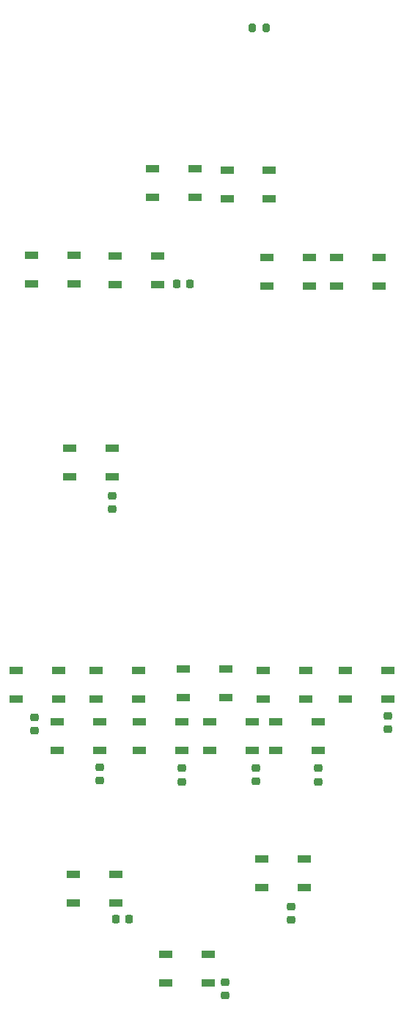
<source format=gbr>
%TF.GenerationSoftware,KiCad,Pcbnew,7.0.1*%
%TF.CreationDate,2023-04-12T19:10:25-08:00*%
%TF.ProjectId,APU ENG CRANK PANEL,41505520-454e-4472-9043-52414e4b2050,4*%
%TF.SameCoordinates,Original*%
%TF.FileFunction,Paste,Top*%
%TF.FilePolarity,Positive*%
%FSLAX46Y46*%
G04 Gerber Fmt 4.6, Leading zero omitted, Abs format (unit mm)*
G04 Created by KiCad (PCBNEW 7.0.1) date 2023-04-12 19:10:25*
%MOMM*%
%LPD*%
G01*
G04 APERTURE LIST*
G04 Aperture macros list*
%AMRoundRect*
0 Rectangle with rounded corners*
0 $1 Rounding radius*
0 $2 $3 $4 $5 $6 $7 $8 $9 X,Y pos of 4 corners*
0 Add a 4 corners polygon primitive as box body*
4,1,4,$2,$3,$4,$5,$6,$7,$8,$9,$2,$3,0*
0 Add four circle primitives for the rounded corners*
1,1,$1+$1,$2,$3*
1,1,$1+$1,$4,$5*
1,1,$1+$1,$6,$7*
1,1,$1+$1,$8,$9*
0 Add four rect primitives between the rounded corners*
20,1,$1+$1,$2,$3,$4,$5,0*
20,1,$1+$1,$4,$5,$6,$7,0*
20,1,$1+$1,$6,$7,$8,$9,0*
20,1,$1+$1,$8,$9,$2,$3,0*%
G04 Aperture macros list end*
%ADD10R,1.500000X0.900000*%
%ADD11RoundRect,0.200000X-0.200000X-0.275000X0.200000X-0.275000X0.200000X0.275000X-0.200000X0.275000X0*%
%ADD12RoundRect,0.225000X0.250000X-0.225000X0.250000X0.225000X-0.250000X0.225000X-0.250000X-0.225000X0*%
%ADD13RoundRect,0.225000X0.225000X0.250000X-0.225000X0.250000X-0.225000X-0.250000X0.225000X-0.250000X0*%
G04 APERTURE END LIST*
D10*
%TO.C,D2*%
X163781400Y-62256600D03*
X163781400Y-65556600D03*
X168681400Y-65556600D03*
X168681400Y-62256600D03*
%TD*%
%TO.C,D3*%
X172378200Y-62383400D03*
X172378200Y-65683400D03*
X177278200Y-65683400D03*
X177278200Y-62383400D03*
%TD*%
%TO.C,D4*%
X149834600Y-72263800D03*
X149834600Y-75563800D03*
X154734600Y-75563800D03*
X154734600Y-72263800D03*
%TD*%
%TO.C,D5*%
X159475000Y-72314600D03*
X159475000Y-75614600D03*
X164375000Y-75614600D03*
X164375000Y-72314600D03*
%TD*%
%TO.C,D7*%
X177012600Y-72517800D03*
X177012600Y-75817800D03*
X181912600Y-75817800D03*
X181912600Y-72517800D03*
%TD*%
%TO.C,D8*%
X185066600Y-72517800D03*
X185066600Y-75817800D03*
X189966600Y-75817800D03*
X189966600Y-72517800D03*
%TD*%
%TO.C,D9*%
X148031200Y-120142000D03*
X148031200Y-123442000D03*
X152931200Y-123442000D03*
X152931200Y-120142000D03*
%TD*%
%TO.C,D10*%
X157276800Y-120192800D03*
X157276800Y-123492800D03*
X162176800Y-123492800D03*
X162176800Y-120192800D03*
%TD*%
%TO.C,D11*%
X167335200Y-119989600D03*
X167335200Y-123289600D03*
X172235200Y-123289600D03*
X172235200Y-119989600D03*
%TD*%
%TO.C,D12*%
X176580800Y-120192800D03*
X176580800Y-123492800D03*
X181480800Y-123492800D03*
X181480800Y-120192800D03*
%TD*%
%TO.C,D13*%
X186080400Y-120192800D03*
X186080400Y-123492800D03*
X190980400Y-123492800D03*
X190980400Y-120192800D03*
%TD*%
%TO.C,D14*%
X152769400Y-126061200D03*
X152769400Y-129361200D03*
X157669400Y-129361200D03*
X157669400Y-126061200D03*
%TD*%
%TO.C,D15*%
X162269000Y-126061200D03*
X162269000Y-129361200D03*
X167169000Y-129361200D03*
X167169000Y-126061200D03*
%TD*%
%TO.C,D16*%
X170397000Y-126061200D03*
X170397000Y-129361200D03*
X175297000Y-129361200D03*
X175297000Y-126061200D03*
%TD*%
%TO.C,D17*%
X178017000Y-126061200D03*
X178017000Y-129361200D03*
X182917000Y-129361200D03*
X182917000Y-126061200D03*
%TD*%
%TO.C,D20*%
X176366000Y-141936200D03*
X176366000Y-145236200D03*
X181266000Y-145236200D03*
X181266000Y-141936200D03*
%TD*%
%TO.C,D18*%
X154649000Y-143714200D03*
X154649000Y-147014200D03*
X159549000Y-147014200D03*
X159549000Y-143714200D03*
%TD*%
%TO.C,D19*%
X165317000Y-152909000D03*
X165317000Y-156209000D03*
X170217000Y-156209000D03*
X170217000Y-152909000D03*
%TD*%
%TO.C,D6*%
X154242600Y-94489000D03*
X154242600Y-97789000D03*
X159142600Y-97789000D03*
X159142600Y-94489000D03*
%TD*%
D11*
%TO.C,R1*%
X175265700Y-46029900D03*
X176915700Y-46029900D03*
%TD*%
D12*
%TO.C,C11*%
X172186600Y-157703900D03*
X172186600Y-156153900D03*
%TD*%
D13*
%TO.C,C10*%
X161093700Y-148892500D03*
X159543700Y-148892500D03*
%TD*%
D12*
%TO.C,C12*%
X179804100Y-148961200D03*
X179804100Y-147411200D03*
%TD*%
%TO.C,C6*%
X157670500Y-132867700D03*
X157670500Y-131317700D03*
%TD*%
%TO.C,C7*%
X167159900Y-133007400D03*
X167159900Y-131457400D03*
%TD*%
%TO.C,C8*%
X175740100Y-132987100D03*
X175740100Y-131437100D03*
%TD*%
%TO.C,C9*%
X182915600Y-133012600D03*
X182915600Y-131462600D03*
%TD*%
%TO.C,C5*%
X150187700Y-127104500D03*
X150187700Y-125554500D03*
%TD*%
%TO.C,C4*%
X190934300Y-126972400D03*
X190934300Y-125422400D03*
%TD*%
%TO.C,C3*%
X159158900Y-101562200D03*
X159158900Y-100012200D03*
%TD*%
D13*
%TO.C,C2*%
X168135600Y-75572600D03*
X166585600Y-75572600D03*
%TD*%
M02*

</source>
